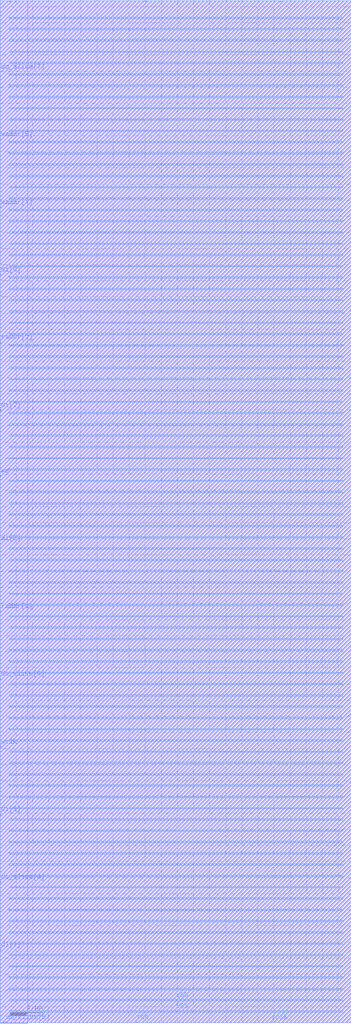
<source format=lef>
VERSION 5.8 ;
BUSBITCHARS "[]" ;
DIVIDERCHAR "/" ;
UNITS
    DATABASE MICRONS 2000 ;
END UNITS

MACRO memory_block_64x8
  FOREIGN memory_block_64x8 0 0 ;
  CLASS BLOCK ;
  SIZE 43.585 BY 126.755 ;
  PIN VSS
    USE GROUND ;
    DIRECTION INOUT ;
    PORT
      LAYER metal4 ;
        RECT  1.14 124.515 42.56 124.685 ;
        RECT  1.14 121.715 42.56 121.885 ;
        RECT  1.14 118.915 42.56 119.085 ;
        RECT  1.14 116.115 42.56 116.285 ;
        RECT  1.14 113.315 42.56 113.485 ;
        RECT  1.14 110.515 42.56 110.685 ;
        RECT  1.14 107.715 42.56 107.885 ;
        RECT  1.14 104.915 42.56 105.085 ;
        RECT  1.14 102.115 42.56 102.285 ;
        RECT  1.14 99.315 42.56 99.485 ;
        RECT  1.14 96.515 42.56 96.685 ;
        RECT  1.14 93.715 42.56 93.885 ;
        RECT  1.14 90.915 42.56 91.085 ;
        RECT  1.14 88.115 42.56 88.285 ;
        RECT  1.14 85.315 42.56 85.485 ;
        RECT  1.14 82.515 42.56 82.685 ;
        RECT  1.14 79.715 42.56 79.885 ;
        RECT  1.14 76.915 42.56 77.085 ;
        RECT  1.14 74.115 42.56 74.285 ;
        RECT  1.14 71.315 42.56 71.485 ;
        RECT  1.14 68.515 42.56 68.685 ;
        RECT  1.14 65.715 42.56 65.885 ;
        RECT  1.14 62.915 42.56 63.085 ;
        RECT  1.14 60.115 42.56 60.285 ;
        RECT  1.14 57.315 42.56 57.485 ;
        RECT  1.14 54.515 42.56 54.685 ;
        RECT  1.14 51.715 42.56 51.885 ;
        RECT  1.14 48.915 42.56 49.085 ;
        RECT  1.14 46.115 42.56 46.285 ;
        RECT  1.14 43.315 42.56 43.485 ;
        RECT  1.14 40.515 42.56 40.685 ;
        RECT  1.14 37.715 42.56 37.885 ;
        RECT  1.14 34.915 42.56 35.085 ;
        RECT  1.14 32.115 42.56 32.285 ;
        RECT  1.14 29.315 42.56 29.485 ;
        RECT  1.14 26.515 42.56 26.685 ;
        RECT  1.14 23.715 42.56 23.885 ;
        RECT  1.14 20.915 42.56 21.085 ;
        RECT  1.14 18.115 42.56 18.285 ;
        RECT  1.14 15.315 42.56 15.485 ;
        RECT  1.14 12.515 42.56 12.685 ;
        RECT  1.14 9.715 42.56 9.885 ;
        RECT  1.14 6.915 42.56 7.085 ;
        RECT  1.14 4.115 42.56 4.285 ;
        RECT  1.14 1.315 42.56 1.485 ;
    END
  END VSS
  PIN VDD
    USE POWER ;
    DIRECTION INOUT ;
    PORT
      LAYER metal4 ;
        RECT  1.14 123.115 42.56 123.285 ;
        RECT  1.14 120.315 42.56 120.485 ;
        RECT  1.14 117.515 42.56 117.685 ;
        RECT  1.14 114.715 42.56 114.885 ;
        RECT  1.14 111.915 42.56 112.085 ;
        RECT  1.14 109.115 42.56 109.285 ;
        RECT  1.14 106.315 42.56 106.485 ;
        RECT  1.14 103.515 42.56 103.685 ;
        RECT  1.14 100.715 42.56 100.885 ;
        RECT  1.14 97.915 42.56 98.085 ;
        RECT  1.14 95.115 42.56 95.285 ;
        RECT  1.14 92.315 42.56 92.485 ;
        RECT  1.14 89.515 42.56 89.685 ;
        RECT  1.14 86.715 42.56 86.885 ;
        RECT  1.14 83.915 42.56 84.085 ;
        RECT  1.14 81.115 42.56 81.285 ;
        RECT  1.14 78.315 42.56 78.485 ;
        RECT  1.14 75.515 42.56 75.685 ;
        RECT  1.14 72.715 42.56 72.885 ;
        RECT  1.14 69.915 42.56 70.085 ;
        RECT  1.14 67.115 42.56 67.285 ;
        RECT  1.14 64.315 42.56 64.485 ;
        RECT  1.14 61.515 42.56 61.685 ;
        RECT  1.14 58.715 42.56 58.885 ;
        RECT  1.14 55.915 42.56 56.085 ;
        RECT  1.14 53.115 42.56 53.285 ;
        RECT  1.14 50.315 42.56 50.485 ;
        RECT  1.14 47.515 42.56 47.685 ;
        RECT  1.14 44.715 42.56 44.885 ;
        RECT  1.14 41.915 42.56 42.085 ;
        RECT  1.14 39.115 42.56 39.285 ;
        RECT  1.14 36.315 42.56 36.485 ;
        RECT  1.14 33.515 42.56 33.685 ;
        RECT  1.14 30.715 42.56 30.885 ;
        RECT  1.14 27.915 42.56 28.085 ;
        RECT  1.14 25.115 42.56 25.285 ;
        RECT  1.14 22.315 42.56 22.485 ;
        RECT  1.14 19.515 42.56 19.685 ;
        RECT  1.14 16.715 42.56 16.885 ;
        RECT  1.14 13.915 42.56 14.085 ;
        RECT  1.14 11.115 42.56 11.285 ;
        RECT  1.14 8.315 42.56 8.485 ;
        RECT  1.14 5.515 42.56 5.685 ;
        RECT  1.14 2.715 42.56 2.885 ;
    END
  END VDD
  PIN di[0]
    DIRECTION INPUT ;
    USE SIGNAL ;
    PORT
      LAYER metal3 ;
        RECT  0 92.715 0.07 92.785 ;
    END
  END di[0]
  PIN di[1]
    DIRECTION INPUT ;
    USE SIGNAL ;
    PORT
      LAYER metal4 ;
        RECT  17.945 126.615 18.085 126.755 ;
    END
  END di[1]
  PIN di[2]
    DIRECTION INPUT ;
    USE SIGNAL ;
    PORT
      LAYER metal3 ;
        RECT  0 75.915 0.07 75.985 ;
    END
  END di[2]
  PIN di[3]
    DIRECTION INPUT ;
    USE SIGNAL ;
    PORT
      LAYER metal3 ;
        RECT  0 59.395 0.07 59.465 ;
    END
  END di[3]
  PIN di[4]
    DIRECTION INPUT ;
    USE SIGNAL ;
    PORT
      LAYER metal3 ;
        RECT  43.515 38.115 43.585 38.185 ;
    END
  END di[4]
  PIN di[5]
    DIRECTION INPUT ;
    USE SIGNAL ;
    PORT
      LAYER metal3 ;
        RECT  0 25.795 0.07 25.865 ;
    END
  END di[5]
  PIN di[6]
    DIRECTION INPUT ;
    USE SIGNAL ;
    PORT
      LAYER metal4 ;
        RECT  1.145 126.615 1.285 126.755 ;
    END
  END di[6]
  PIN di[7]
    DIRECTION INPUT ;
    USE SIGNAL ;
    PORT
      LAYER metal3 ;
        RECT  0 8.995 0.07 9.065 ;
    END
  END di[7]
  PIN do_slice[0]
    DIRECTION OUTPUT ;
    USE SIGNAL ;
    PORT
      LAYER metal3 ;
        RECT  0 42.595 0.07 42.665 ;
    END
  END do_slice[0]
  PIN do_slice[1]
    DIRECTION OUTPUT ;
    USE SIGNAL ;
    PORT
      LAYER metal3 ;
        RECT  43.515 105.035 43.585 105.105 ;
    END
  END do_slice[1]
  PIN do_slice[2]
    DIRECTION OUTPUT ;
    USE SIGNAL ;
    PORT
      LAYER metal3 ;
        RECT  43.515 54.635 43.585 54.705 ;
    END
  END do_slice[2]
  PIN do_slice[3]
    DIRECTION OUTPUT ;
    USE SIGNAL ;
    PORT
      LAYER metal3 ;
        RECT  43.515 46.515 43.585 46.585 ;
    END
  END do_slice[3]
  PIN do_slice[4]
    DIRECTION OUTPUT ;
    USE SIGNAL ;
    PORT
      LAYER metal3 ;
        RECT  0 17.395 0.07 17.465 ;
    END
  END do_slice[4]
  PIN do_slice[5]
    DIRECTION OUTPUT ;
    USE SIGNAL ;
    PORT
      LAYER metal3 ;
        RECT  43.515 96.635 43.585 96.705 ;
    END
  END do_slice[5]
  PIN do_slice[6]
    DIRECTION OUTPUT ;
    USE SIGNAL ;
    PORT
      LAYER metal4 ;
        RECT  0.585 0 0.725 0.14 ;
    END
  END do_slice[6]
  PIN do_slice[7]
    DIRECTION OUTPUT ;
    USE SIGNAL ;
    PORT
      LAYER metal3 ;
        RECT  0 117.915 0.07 117.985 ;
    END
  END do_slice[7]
  PIN raddr[0]
    DIRECTION INPUT ;
    USE SIGNAL ;
    PORT
      LAYER metal3 ;
        RECT  43.515 79.835 43.585 79.905 ;
    END
  END raddr[0]
  PIN raddr[1]
    DIRECTION INPUT ;
    USE SIGNAL ;
    PORT
      LAYER metal3 ;
        RECT  0 50.995 0.07 51.065 ;
    END
  END raddr[1]
  PIN raddr[2]
    DIRECTION INPUT ;
    USE SIGNAL ;
    PORT
      LAYER metal3 ;
        RECT  0 84.315 0.07 84.385 ;
    END
  END raddr[2]
  PIN raddr[3]
    DIRECTION INPUT ;
    USE SIGNAL ;
    PORT
      LAYER metal3 ;
        RECT  43.515 29.715 43.585 29.785 ;
    END
  END raddr[3]
  PIN raddr[4]
    DIRECTION INPUT ;
    USE SIGNAL ;
    PORT
      LAYER metal4 ;
        RECT  34.745 126.615 34.885 126.755 ;
    END
  END raddr[4]
  PIN raddr[5]
    DIRECTION INPUT ;
    USE SIGNAL ;
    PORT
      LAYER metal3 ;
        RECT  43.515 63.035 43.585 63.105 ;
    END
  END raddr[5]
  PIN rce
    DIRECTION INPUT ;
    USE SIGNAL ;
    PORT
      LAYER metal4 ;
        RECT  16.825 0 16.965 0.14 ;
    END
  END rce
  PIN rclk
    DIRECTION INPUT ;
    USE SIGNAL ;
    PORT
      LAYER metal4 ;
        RECT  33.625 0 33.765 0.14 ;
    END
  END rclk
  PIN rrst
    DIRECTION INPUT ;
    USE SIGNAL ;
    PORT
      LAYER metal3 ;
        RECT  43.515 4.515 43.585 4.585 ;
    END
  END rrst
  PIN waddr[0]
    DIRECTION INPUT ;
    USE SIGNAL ;
    PORT
      LAYER metal3 ;
        RECT  43.515 71.435 43.585 71.505 ;
    END
  END waddr[0]
  PIN waddr[1]
    DIRECTION INPUT ;
    USE SIGNAL ;
    PORT
      LAYER metal3 ;
        RECT  43.515 12.915 43.585 12.985 ;
    END
  END waddr[1]
  PIN waddr[2]
    DIRECTION INPUT ;
    USE SIGNAL ;
    PORT
      LAYER metal3 ;
        RECT  43.515 113.435 43.585 113.505 ;
    END
  END waddr[2]
  PIN waddr[3]
    DIRECTION INPUT ;
    USE SIGNAL ;
    PORT
      LAYER metal3 ;
        RECT  43.515 121.835 43.585 121.905 ;
    END
  END waddr[3]
  PIN waddr[4]
    DIRECTION INPUT ;
    USE SIGNAL ;
    PORT
      LAYER metal3 ;
        RECT  0 101.115 0.07 101.185 ;
    END
  END waddr[4]
  PIN waddr[5]
    DIRECTION INPUT ;
    USE SIGNAL ;
    PORT
      LAYER metal3 ;
        RECT  0 109.515 0.07 109.585 ;
    END
  END waddr[5]
  PIN wce
    DIRECTION INPUT ;
    USE SIGNAL ;
    PORT
      LAYER metal3 ;
        RECT  43.515 21.315 43.585 21.385 ;
    END
  END wce
  PIN wclk
    DIRECTION INPUT ;
    USE SIGNAL ;
    PORT
      LAYER metal3 ;
        RECT  0 34.195 0.07 34.265 ;
    END
  END wclk
  PIN we
    DIRECTION INPUT ;
    USE SIGNAL ;
    PORT
      LAYER metal3 ;
        RECT  0 67.795 0.07 67.865 ;
    END
  END we
  PIN wrst
    DIRECTION INPUT ;
    USE SIGNAL ;
    PORT
      LAYER metal3 ;
        RECT  43.515 88.235 43.585 88.305 ;
    END
  END wrst
  OBS
    LAYER metal1 ;
     RECT  0 -0.085 3.42 126.755 ;
     RECT  3.42 0 43.585 126.755 ;
    LAYER metal2 ;
     RECT  0 0 43.585 126.755 ;
    LAYER metal3 ;
     RECT  0 0 43.585 126.755 ;
    LAYER metal4 ;
     RECT  0 0 43.585 126.755 ;
  END
END memory_block_64x8
END LIBRARY

</source>
